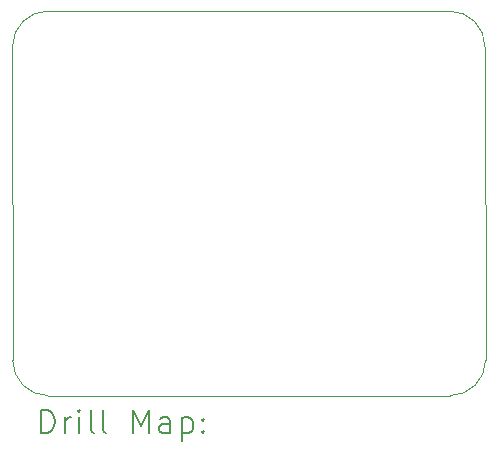
<source format=gbr>
%TF.GenerationSoftware,KiCad,Pcbnew,7.0.2*%
%TF.CreationDate,2023-05-06T18:38:25+05:30*%
%TF.ProjectId,Mod-Ckt-Pulser,4d6f642d-436b-4742-9d50-756c7365722e,rev?*%
%TF.SameCoordinates,Original*%
%TF.FileFunction,Drillmap*%
%TF.FilePolarity,Positive*%
%FSLAX45Y45*%
G04 Gerber Fmt 4.5, Leading zero omitted, Abs format (unit mm)*
G04 Created by KiCad (PCBNEW 7.0.2) date 2023-05-06 18:38:25*
%MOMM*%
%LPD*%
G01*
G04 APERTURE LIST*
%ADD10C,0.100000*%
%ADD11C,0.200000*%
G04 APERTURE END LIST*
D10*
X10014082Y-8601930D02*
G75*
G03*
X10316087Y-8302975I1525J300480D01*
G01*
X6311070Y-8300082D02*
G75*
G03*
X6610024Y-8602087I300480J-1525D01*
G01*
X6611918Y-5346070D02*
G75*
G03*
X6309913Y-5645024I-1525J-300480D01*
G01*
X10310930Y-5647918D02*
G75*
G03*
X10011976Y-5345913I-300480J1525D01*
G01*
X6610024Y-8602087D02*
X10014082Y-8601930D01*
X6309913Y-5645024D02*
X6311070Y-8300082D01*
X10011976Y-5345913D02*
X6611918Y-5346070D01*
X10310930Y-5647918D02*
X10316087Y-8302975D01*
D11*
X6552532Y-8919611D02*
X6552532Y-8719611D01*
X6552532Y-8719611D02*
X6600151Y-8719611D01*
X6600151Y-8719611D02*
X6628723Y-8729135D01*
X6628723Y-8729135D02*
X6647770Y-8748182D01*
X6647770Y-8748182D02*
X6657294Y-8767230D01*
X6657294Y-8767230D02*
X6666818Y-8805325D01*
X6666818Y-8805325D02*
X6666818Y-8833896D01*
X6666818Y-8833896D02*
X6657294Y-8871992D01*
X6657294Y-8871992D02*
X6647770Y-8891039D01*
X6647770Y-8891039D02*
X6628723Y-8910087D01*
X6628723Y-8910087D02*
X6600151Y-8919611D01*
X6600151Y-8919611D02*
X6552532Y-8919611D01*
X6752532Y-8919611D02*
X6752532Y-8786277D01*
X6752532Y-8824373D02*
X6762056Y-8805325D01*
X6762056Y-8805325D02*
X6771580Y-8795801D01*
X6771580Y-8795801D02*
X6790627Y-8786277D01*
X6790627Y-8786277D02*
X6809675Y-8786277D01*
X6876342Y-8919611D02*
X6876342Y-8786277D01*
X6876342Y-8719611D02*
X6866818Y-8729135D01*
X6866818Y-8729135D02*
X6876342Y-8738658D01*
X6876342Y-8738658D02*
X6885865Y-8729135D01*
X6885865Y-8729135D02*
X6876342Y-8719611D01*
X6876342Y-8719611D02*
X6876342Y-8738658D01*
X7000151Y-8919611D02*
X6981103Y-8910087D01*
X6981103Y-8910087D02*
X6971580Y-8891039D01*
X6971580Y-8891039D02*
X6971580Y-8719611D01*
X7104913Y-8919611D02*
X7085865Y-8910087D01*
X7085865Y-8910087D02*
X7076342Y-8891039D01*
X7076342Y-8891039D02*
X7076342Y-8719611D01*
X7333484Y-8919611D02*
X7333484Y-8719611D01*
X7333484Y-8719611D02*
X7400151Y-8862468D01*
X7400151Y-8862468D02*
X7466818Y-8719611D01*
X7466818Y-8719611D02*
X7466818Y-8919611D01*
X7647770Y-8919611D02*
X7647770Y-8814849D01*
X7647770Y-8814849D02*
X7638246Y-8795801D01*
X7638246Y-8795801D02*
X7619199Y-8786277D01*
X7619199Y-8786277D02*
X7581103Y-8786277D01*
X7581103Y-8786277D02*
X7562056Y-8795801D01*
X7647770Y-8910087D02*
X7628723Y-8919611D01*
X7628723Y-8919611D02*
X7581103Y-8919611D01*
X7581103Y-8919611D02*
X7562056Y-8910087D01*
X7562056Y-8910087D02*
X7552532Y-8891039D01*
X7552532Y-8891039D02*
X7552532Y-8871992D01*
X7552532Y-8871992D02*
X7562056Y-8852944D01*
X7562056Y-8852944D02*
X7581103Y-8843420D01*
X7581103Y-8843420D02*
X7628723Y-8843420D01*
X7628723Y-8843420D02*
X7647770Y-8833896D01*
X7743008Y-8786277D02*
X7743008Y-8986277D01*
X7743008Y-8795801D02*
X7762056Y-8786277D01*
X7762056Y-8786277D02*
X7800151Y-8786277D01*
X7800151Y-8786277D02*
X7819199Y-8795801D01*
X7819199Y-8795801D02*
X7828723Y-8805325D01*
X7828723Y-8805325D02*
X7838246Y-8824373D01*
X7838246Y-8824373D02*
X7838246Y-8881515D01*
X7838246Y-8881515D02*
X7828723Y-8900563D01*
X7828723Y-8900563D02*
X7819199Y-8910087D01*
X7819199Y-8910087D02*
X7800151Y-8919611D01*
X7800151Y-8919611D02*
X7762056Y-8919611D01*
X7762056Y-8919611D02*
X7743008Y-8910087D01*
X7923961Y-8900563D02*
X7933484Y-8910087D01*
X7933484Y-8910087D02*
X7923961Y-8919611D01*
X7923961Y-8919611D02*
X7914437Y-8910087D01*
X7914437Y-8910087D02*
X7923961Y-8900563D01*
X7923961Y-8900563D02*
X7923961Y-8919611D01*
X7923961Y-8795801D02*
X7933484Y-8805325D01*
X7933484Y-8805325D02*
X7923961Y-8814849D01*
X7923961Y-8814849D02*
X7914437Y-8805325D01*
X7914437Y-8805325D02*
X7923961Y-8795801D01*
X7923961Y-8795801D02*
X7923961Y-8814849D01*
M02*

</source>
